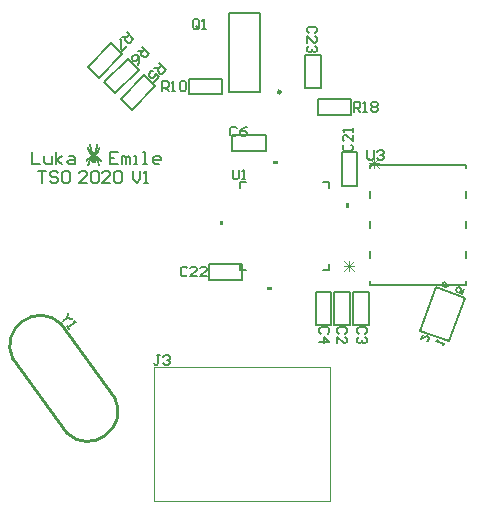
<source format=gto>
G04*
G04 #@! TF.GenerationSoftware,Altium Limited,Altium Designer,20.0.7 (75)*
G04*
G04 Layer_Color=65535*
%FSLAX44Y44*%
%MOMM*%
G71*
G01*
G75*
%ADD10C,0.2500*%
%ADD11C,0.2540*%
%ADD12C,0.0254*%
%ADD13C,0.1270*%
%ADD14C,0.2000*%
%ADD15C,0.1000*%
%ADD16C,0.1524*%
%ADD17C,0.0762*%
%ADD18C,0.1530*%
G36*
X25595Y-29070D02*
X29405D01*
Y-31610D01*
X25595D01*
Y-29070D01*
D02*
G37*
G36*
X-12070Y23595D02*
X-14610D01*
Y27405D01*
X-12070D01*
Y23595D01*
D02*
G37*
G36*
X30595Y75070D02*
X34405D01*
Y77610D01*
X30595D01*
Y75070D01*
D02*
G37*
G36*
X92070Y38595D02*
X94610D01*
Y42405D01*
X92070D01*
Y38595D01*
D02*
G37*
D10*
X36750Y136500D02*
G03*
X36750Y136500I-1250J0D01*
G01*
D11*
X-144929Y-151856D02*
G03*
X-103831Y-121996I18119J18274D01*
G01*
X-148787Y-60119D02*
G03*
X-189886Y-89978I-17992J-18449D01*
G01*
X-189973Y-89857D02*
X-145184Y-151504D01*
X-148875Y-59998D02*
X-104086Y-121645D01*
D12*
X-118798Y92382D02*
X-118544D01*
X-125402Y92128D02*
X-124894D01*
X-119306D02*
X-118798D01*
X-125402Y91874D02*
X-124640D01*
X-119306D02*
X-118798D01*
X-125402Y91620D02*
X-124640D01*
X-119306D02*
X-118798D01*
X-125402Y91366D02*
X-124640D01*
X-119560D02*
X-118798D01*
X-125148Y91112D02*
X-124640D01*
X-119560D02*
X-118798D01*
X-125148Y90858D02*
X-124640D01*
X-119560D02*
X-118798D01*
X-125148Y90604D02*
X-124386D01*
X-119814D02*
X-119052D01*
X-125148Y90350D02*
X-124386D01*
X-119814D02*
X-119052D01*
X-124894Y90096D02*
X-124386D01*
X-119814D02*
X-119052D01*
X-124894Y89842D02*
X-124132D01*
X-119814D02*
X-119052D01*
X-127180Y89588D02*
X-126672D01*
X-124894D02*
X-124132D01*
X-119814D02*
X-119052D01*
X-117020D02*
X-116766D01*
X-127180Y89334D02*
X-126418D01*
X-124894D02*
X-124132D01*
X-120068D02*
X-119052D01*
X-117528D02*
X-116766D01*
X-127180Y89080D02*
X-126418D01*
X-124894D02*
X-124132D01*
X-120068D02*
X-119306D01*
X-117528D02*
X-116766D01*
X-126926Y88826D02*
X-126164D01*
X-124640D02*
X-123878D01*
X-120068D02*
X-119306D01*
X-117782D02*
X-117020D01*
X-126926Y88572D02*
X-126164D01*
X-124640D02*
X-123878D01*
X-120068D02*
X-119306D01*
X-117782D02*
X-117020D01*
X-126672Y88318D02*
X-125910D01*
X-124640D02*
X-123878D01*
X-120322D02*
X-119306D01*
X-117782D02*
X-117274D01*
X-126672Y88064D02*
X-125910D01*
X-124640D02*
X-123624D01*
X-120322D02*
X-119560D01*
X-118036D02*
X-117274D01*
X-126418Y87810D02*
X-125656D01*
X-124640D02*
X-123624D01*
X-120322D02*
X-119560D01*
X-118290D02*
X-117528D01*
X-126418Y87556D02*
X-125656D01*
X-124386D02*
X-123624D01*
X-120322D02*
X-119560D01*
X-118290D02*
X-117528D01*
X-126164Y87302D02*
X-125402D01*
X-124386D02*
X-123624D01*
X-120576D02*
X-119560D01*
X-118544D02*
X-117782D01*
X-126164Y87048D02*
X-125402D01*
X-124386D02*
X-123624D01*
X-120576D02*
X-119814D01*
X-118544D02*
X-117782D01*
X-126164Y86794D02*
X-125148D01*
X-124386D02*
X-123370D01*
X-120576D02*
X-119814D01*
X-118798D02*
X-117782D01*
X-125910Y86540D02*
X-125148D01*
X-124132D02*
X-123370D01*
X-120576D02*
X-119814D01*
X-119052D02*
X-118036D01*
X-125910Y86286D02*
X-124894D01*
X-124132D02*
X-123370D01*
X-120830D02*
X-120068D01*
X-119052D02*
X-118036D01*
X-125656Y86032D02*
X-124894D01*
X-124132D02*
X-123370D01*
X-120830D02*
X-120068D01*
X-119052D02*
X-118290D01*
X-125656Y85778D02*
X-124640D01*
X-124132D02*
X-123116D01*
X-120830D02*
X-120068D01*
X-119306D02*
X-118544D01*
X-125402Y85524D02*
X-124640D01*
X-124132D02*
X-123116D01*
X-120830D02*
X-120068D01*
X-119306D02*
X-118544D01*
X-125148Y85270D02*
X-124386D01*
X-123878D02*
X-123116D01*
X-122100D02*
X-121846D01*
X-121084D02*
X-120068D01*
X-119560D02*
X-118798D01*
X-125148Y85016D02*
X-124132D01*
X-123878D02*
X-122862D01*
X-122608D02*
X-121338D01*
X-121084D02*
X-120322D01*
X-119814D02*
X-118798D01*
X-124894Y84762D02*
X-124132D01*
X-123624D02*
X-122862D01*
X-122608D02*
X-122100D01*
X-121846D02*
X-121338D01*
X-121084D02*
X-120322D01*
X-119814D02*
X-119052D01*
X-124894Y84508D02*
X-123878D01*
X-123624D02*
X-120322D01*
X-120068D02*
X-119052D01*
X-124640Y84254D02*
X-123624D01*
X-123370D02*
X-120576D01*
X-120322D02*
X-119306D01*
X-124386Y84000D02*
X-123624D01*
X-123370D02*
X-119560D01*
X-124132Y83746D02*
X-123370D01*
X-123116D02*
X-119560D01*
X-123878Y83492D02*
X-120068D01*
X-123624Y83238D02*
X-120322D01*
X-123370Y82984D02*
X-120576D01*
X-123116Y82730D02*
X-120830D01*
X-124132Y82476D02*
X-120068D01*
X-119306D02*
X-119052D01*
X-124640Y82222D02*
X-119560D01*
X-124894Y81968D02*
X-123370D01*
X-123116D02*
X-119052D01*
X-125148Y81714D02*
X-123878D01*
X-123370D02*
X-120576D01*
X-120068D02*
X-118798D01*
X-125656Y81460D02*
X-124386D01*
X-123624D02*
X-120068D01*
X-119814D02*
X-118544D01*
X-125910Y81206D02*
X-124894D01*
X-123878D02*
X-119814D01*
X-119052D02*
X-118036D01*
X-126418Y80952D02*
X-125148D01*
X-124386D02*
X-119560D01*
X-118798D02*
X-117782D01*
X-126418Y80698D02*
X-125402D01*
X-124640D02*
X-119306D01*
X-118544D02*
X-117528D01*
X-126672Y80444D02*
X-125656D01*
X-124894D02*
X-119052D01*
X-118290D02*
X-117528D01*
X-126926Y80190D02*
X-126164D01*
X-125656D02*
X-125402D01*
X-124894D02*
X-118798D01*
X-118036D02*
X-117020D01*
X-127180Y79936D02*
X-126418D01*
X-125656D02*
X-124386D01*
X-124132D02*
X-119814D01*
X-119560D02*
X-118544D01*
X-117782D02*
X-116766D01*
X-127434Y79682D02*
X-126672D01*
X-125402D02*
X-124640D01*
X-124132D02*
X-119814D01*
X-119306D02*
X-118290D01*
X-117528D02*
X-116512D01*
X-127688Y79428D02*
X-126926D01*
X-125402D02*
X-124640D01*
X-124132D02*
X-119560D01*
X-119052D02*
X-118290D01*
X-117274D02*
X-116258D01*
X-127942Y79174D02*
X-127180D01*
X-125656D02*
X-124894D01*
X-124132D02*
X-119560D01*
X-119052D02*
X-118290D01*
X-116766D02*
X-116004D01*
X-128450Y78920D02*
X-127434D01*
X-125656D02*
X-124894D01*
X-124132D02*
X-119814D01*
X-118798D02*
X-118290D01*
X-116512D02*
X-115750D01*
X-128450Y78666D02*
X-127688D01*
X-125910D02*
X-125148D01*
X-124132D02*
X-119814D01*
X-118798D02*
X-118036D01*
X-116258D02*
X-115496D01*
X-128450Y78412D02*
X-127942D01*
X-125910D02*
X-125148D01*
X-123878D02*
X-120068D01*
X-118798D02*
X-118036D01*
X-116004D02*
X-115496D01*
X-126164Y78158D02*
X-125148D01*
X-123878D02*
X-120068D01*
X-118798D02*
X-117782D01*
X-126164Y77904D02*
X-125402D01*
X-123624D02*
X-120322D01*
X-118544D02*
X-117782D01*
X-126164Y77650D02*
X-125402D01*
X-123370D02*
X-120576D01*
X-118544D02*
X-117782D01*
X-126164Y77396D02*
X-125402D01*
X-123116D02*
X-120830D01*
X-118544D02*
X-117782D01*
X-126164Y77142D02*
X-125656D01*
X-122608D02*
X-121084D01*
X-118290D02*
X-117782D01*
X-126418Y76888D02*
X-125656D01*
X-122100D02*
X-121592D01*
X-118290D02*
X-117528D01*
X-126418Y76634D02*
X-125656D01*
X-118290D02*
X-117528D01*
X-126418Y76380D02*
X-125656D01*
X-118290D02*
X-117528D01*
X-126672Y76126D02*
X-125910D01*
X-118290D02*
X-117528D01*
X-126672Y75872D02*
X-125910D01*
X-118036D02*
X-117274D01*
X-126672Y75618D02*
X-125910D01*
X-118036D02*
X-117274D01*
X-126926Y75364D02*
X-125910D01*
X-118036D02*
X-117274D01*
X-126926Y75110D02*
X-126164D01*
X-117782D02*
X-117020D01*
X-126926Y74856D02*
X-126164D01*
X-117782D02*
X-117020D01*
X-126926Y74602D02*
X-126672D01*
X-117528D02*
X-117020D01*
D13*
X57400Y168100D02*
X70700D01*
X57400Y139800D02*
Y168100D01*
Y139800D02*
X70700D01*
Y168100D01*
X-24100Y-22600D02*
Y-9300D01*
Y-22600D02*
X4200D01*
Y-9300D01*
X-24100D02*
X4200D01*
X88300Y56900D02*
X101600D01*
Y85200D01*
X88300D02*
X101600D01*
X88300Y56900D02*
Y85200D01*
X68000Y116900D02*
Y130200D01*
Y116900D02*
X96300D01*
Y130200D01*
X68000D02*
X96300D01*
X179487Y-74821D02*
X192953Y-37825D01*
X167891Y-28704D02*
X192953Y-37825D01*
X154426Y-65699D02*
X167891Y-28704D01*
X154426Y-65699D02*
X179487Y-74821D01*
X66300Y-61100D02*
X79600D01*
Y-32800D01*
X66300D02*
X79600D01*
X66300Y-61100D02*
Y-32800D01*
X98300Y-61100D02*
X111600D01*
Y-32800D01*
X98300D02*
X111600D01*
X98300Y-61100D02*
Y-32800D01*
X82300Y-61100D02*
X95600D01*
Y-32800D01*
X82300D02*
X95600D01*
X82300Y-61100D02*
Y-32800D01*
X-41100Y147700D02*
X-12800D01*
Y134400D02*
Y147700D01*
X-41100Y134400D02*
X-12800D01*
X-41100D02*
Y147700D01*
X-117303Y148222D02*
X-97292Y168233D01*
X-126708Y157626D02*
X-117303Y148222D01*
X-126708Y157626D02*
X-106697Y177637D01*
X-97292Y168233D01*
X-103303Y135222D02*
X-83292Y155233D01*
X-112708Y144626D02*
X-103303Y135222D01*
X-112708Y144626D02*
X-92697Y164637D01*
X-83292Y155233D01*
X-89303Y121222D02*
X-69292Y141233D01*
X-98708Y130626D02*
X-89303Y121222D01*
X-98708Y130626D02*
X-78697Y150637D01*
X-69292Y141233D01*
X-4200Y86300D02*
X24100D01*
X-4200D02*
Y99600D01*
X24100D01*
Y86300D02*
Y99600D01*
X175372Y-75759D02*
X174574Y-77951D01*
X174973Y-76855D01*
X168398Y-74462D01*
X169892Y-73765D01*
X157202Y-69212D02*
X155834Y-72969D01*
X160960Y-70579D01*
X161899Y-70921D01*
X162496Y-72203D01*
X161813Y-74081D01*
X160531Y-74679D01*
X179941Y-26131D02*
X178318Y-27668D01*
X175755Y-28863D01*
X173876Y-28179D01*
X173279Y-26898D01*
X173963Y-25019D01*
X175244Y-24421D01*
X176183Y-24763D01*
X176781Y-26045D01*
X175755Y-28863D01*
X191875Y-30475D02*
X190507Y-34232D01*
X187689Y-33206D01*
X189312Y-31669D01*
X189654Y-30730D01*
X189057Y-29449D01*
X187178Y-28765D01*
X185897Y-29362D01*
X185213Y-31241D01*
X185810Y-32522D01*
D14*
X19000Y136500D02*
Y203500D01*
X-7000Y136500D02*
Y203500D01*
Y136500D02*
X19000D01*
X-7000Y203500D02*
X19000D01*
X-127436Y59400D02*
X-134100D01*
X-127436Y66065D01*
Y67731D01*
X-129102Y69397D01*
X-132434D01*
X-134100Y67731D01*
X-124103D02*
X-122437Y69397D01*
X-119105D01*
X-117439Y67731D01*
Y61066D01*
X-119105Y59400D01*
X-122437D01*
X-124103Y61066D01*
Y67731D01*
X-107442Y59400D02*
X-114107D01*
X-107442Y66065D01*
Y67731D01*
X-109108Y69397D01*
X-112440D01*
X-114107Y67731D01*
X-104110D02*
X-102444Y69397D01*
X-99111D01*
X-97445Y67731D01*
Y61066D01*
X-99111Y59400D01*
X-102444D01*
X-104110Y61066D01*
Y67731D01*
X-101139Y85297D02*
X-107803D01*
Y75300D01*
X-101139D01*
X-107803Y80298D02*
X-104471D01*
X-97806Y75300D02*
Y81965D01*
X-96140D01*
X-94474Y80298D01*
Y75300D01*
Y80298D01*
X-92808Y81965D01*
X-91142Y80298D01*
Y75300D01*
X-87810D02*
X-84477D01*
X-86144D01*
Y81965D01*
X-87810D01*
X-79479Y75300D02*
X-76147D01*
X-77813D01*
Y85297D01*
X-79479D01*
X-66150Y75300D02*
X-69482D01*
X-71148Y76966D01*
Y80298D01*
X-69482Y81965D01*
X-66150D01*
X-64484Y80298D01*
Y78632D01*
X-71148D01*
X-88600Y69397D02*
Y62732D01*
X-85268Y59400D01*
X-81936Y62732D01*
Y69397D01*
X-78603Y59400D02*
X-75271D01*
X-76937D01*
Y69397D01*
X-78603Y67731D01*
X-168400Y69397D02*
X-161735D01*
X-165068D01*
Y59400D01*
X-151739Y67731D02*
X-153405Y69397D01*
X-156737D01*
X-158403Y67731D01*
Y66065D01*
X-156737Y64398D01*
X-153405D01*
X-151739Y62732D01*
Y61066D01*
X-153405Y59400D01*
X-156737D01*
X-158403Y61066D01*
X-143408Y69397D02*
X-146740D01*
X-148406Y67731D01*
Y61066D01*
X-146740Y59400D01*
X-143408D01*
X-141742Y61066D01*
Y67731D01*
X-143408Y69397D01*
X-173800Y85697D02*
Y75700D01*
X-167136D01*
X-163803Y82365D02*
Y77366D01*
X-162137Y75700D01*
X-157139D01*
Y82365D01*
X-153806Y75700D02*
Y85697D01*
Y79032D02*
X-148808Y82365D01*
X-153806Y79032D02*
X-148808Y75700D01*
X-142143Y82365D02*
X-138811D01*
X-137145Y80698D01*
Y75700D01*
X-142143D01*
X-143810Y77366D01*
X-142143Y79032D01*
X-137145D01*
D15*
X78500Y-210000D02*
Y-96000D01*
X-70500D02*
X78500D01*
X-70500Y-210000D02*
Y-96000D01*
Y-210000D02*
X78500D01*
D16*
X112260Y-26700D02*
X193540D01*
Y-23601D01*
X112260Y74900D02*
X193540D01*
X112260Y72132D02*
Y74900D01*
Y46401D02*
Y52269D01*
Y21001D02*
Y27199D01*
Y-4399D02*
Y1799D01*
Y-26700D02*
Y-23601D01*
X193540Y-4399D02*
Y1799D01*
Y21001D02*
Y27199D01*
Y46401D02*
Y52599D01*
Y71801D02*
Y74900D01*
X72225Y60338D02*
X77338D01*
X2662Y55224D02*
Y60338D01*
Y-14338D02*
X7776D01*
X77338D02*
Y-9225D01*
Y55224D02*
Y60338D01*
X2662D02*
X7776D01*
X2662Y-14338D02*
Y-9225D01*
X72225Y-14338D02*
X77338D01*
D17*
X111625Y80654D02*
X120089Y72190D01*
X111625D02*
X120089Y80654D01*
X111625Y76422D02*
X120089D01*
X115857Y72190D02*
Y80654D01*
X99055Y-15040D02*
X90591Y-6576D01*
X99055D02*
X90591Y-15040D01*
X99055Y-10808D02*
X90591D01*
X94823Y-6576D02*
Y-15040D01*
D18*
X66233Y186365D02*
X67599Y187731D01*
Y190464D01*
X66233Y191830D01*
X60767D01*
X59401Y190464D01*
Y187731D01*
X60767Y186365D01*
X59401Y178167D02*
Y183632D01*
X64866Y178167D01*
X66233D01*
X67599Y179534D01*
Y182266D01*
X66233Y183632D01*
Y175435D02*
X67599Y174069D01*
Y171336D01*
X66233Y169970D01*
X64866D01*
X63500Y171336D01*
Y172703D01*
Y171336D01*
X62134Y169970D01*
X60767D01*
X59401Y171336D01*
Y174069D01*
X60767Y175435D01*
X-42365Y-12767D02*
X-43731Y-11401D01*
X-46464D01*
X-47830Y-12767D01*
Y-18233D01*
X-46464Y-19599D01*
X-43731D01*
X-42365Y-18233D01*
X-34167Y-19599D02*
X-39632D01*
X-34167Y-14134D01*
Y-12767D01*
X-35534Y-11401D01*
X-38266D01*
X-39632Y-12767D01*
X-25970Y-19599D02*
X-31435D01*
X-25970Y-14134D01*
Y-12767D01*
X-27336Y-11401D01*
X-30069D01*
X-31435Y-12767D01*
X90767Y91901D02*
X89401Y90535D01*
Y87803D01*
X90767Y86436D01*
X96232D01*
X97599Y87803D01*
Y90535D01*
X96232Y91901D01*
X97599Y100099D02*
Y94634D01*
X92134Y100099D01*
X90767D01*
X89401Y98733D01*
Y96000D01*
X90767Y94634D01*
X97599Y102831D02*
Y105564D01*
Y104197D01*
X89401D01*
X90767Y102831D01*
X98553Y119901D02*
Y128099D01*
X102652D01*
X104018Y126733D01*
Y124000D01*
X102652Y122634D01*
X98553D01*
X101286D02*
X104018Y119901D01*
X106751D02*
X109483D01*
X108117D01*
Y128099D01*
X106751Y126733D01*
X113582D02*
X114948Y128099D01*
X117681D01*
X119047Y126733D01*
Y125366D01*
X117681Y124000D01*
X119047Y122634D01*
Y121268D01*
X117681Y119901D01*
X114948D01*
X113582Y121268D01*
Y122634D01*
X114948Y124000D01*
X113582Y125366D01*
Y126733D01*
X114948Y124000D02*
X117681D01*
X-32300Y191168D02*
Y196632D01*
X-33666Y197999D01*
X-36399D01*
X-37765Y196632D01*
Y191168D01*
X-36399Y189801D01*
X-33666D01*
X-35032Y192534D02*
X-32300Y189801D01*
X-33666D02*
X-32300Y191168D01*
X-29568Y189801D02*
X-26835D01*
X-28201D01*
Y197999D01*
X-29568Y196632D01*
X-142298Y-50379D02*
X-143404Y-51182D01*
X-144008Y-54999D01*
X-140192Y-55603D01*
X-139086Y-54800D01*
X-144008Y-54999D02*
X-147324Y-57408D01*
X-144112Y-61829D02*
X-142506Y-64040D01*
X-143309Y-62934D01*
X-136677Y-58116D01*
X-138586Y-57814D01*
X-65366Y-86601D02*
X-68099D01*
X-66733D01*
Y-93433D01*
X-68099Y-94799D01*
X-69465D01*
X-70831Y-93433D01*
X-62634Y-87968D02*
X-61267Y-86601D01*
X-58535D01*
X-57169Y-87968D01*
Y-89334D01*
X-58535Y-90700D01*
X-59901D01*
X-58535D01*
X-57169Y-92066D01*
Y-93433D01*
X-58535Y-94799D01*
X-61267D01*
X-62634Y-93433D01*
X110169Y87099D02*
Y80268D01*
X111535Y78901D01*
X114268D01*
X115634Y80268D01*
Y87099D01*
X118366Y85732D02*
X119733Y87099D01*
X122465D01*
X123831Y85732D01*
Y84366D01*
X122465Y83000D01*
X121099D01*
X122465D01*
X123831Y81634D01*
Y80268D01*
X122465Y78901D01*
X119733D01*
X118366Y80268D01*
X76432Y-68234D02*
X77799Y-66867D01*
Y-64135D01*
X76432Y-62769D01*
X70967D01*
X69601Y-64135D01*
Y-66867D01*
X70967Y-68234D01*
X69601Y-75065D02*
X77799D01*
X73700Y-70966D01*
Y-76431D01*
X108232Y-68234D02*
X109599Y-66867D01*
Y-64135D01*
X108232Y-62769D01*
X102767D01*
X101401Y-64135D01*
Y-66867D01*
X102767Y-68234D01*
X108232Y-70966D02*
X109599Y-72332D01*
Y-75065D01*
X108232Y-76431D01*
X106866D01*
X105500Y-75065D01*
Y-73699D01*
Y-75065D01*
X104134Y-76431D01*
X102767D01*
X101401Y-75065D01*
Y-72332D01*
X102767Y-70966D01*
X91632Y-68234D02*
X92999Y-66867D01*
Y-64135D01*
X91632Y-62769D01*
X86167D01*
X84801Y-64135D01*
Y-66867D01*
X86167Y-68234D01*
X84801Y-76431D02*
Y-70966D01*
X90266Y-76431D01*
X91632D01*
X92999Y-75065D01*
Y-72332D01*
X91632Y-70966D01*
X-3965Y70699D02*
Y63868D01*
X-2599Y62501D01*
X134D01*
X1500Y63868D01*
Y70699D01*
X4232Y62501D02*
X6965D01*
X5599D01*
Y70699D01*
X4232Y69332D01*
X-63647Y137301D02*
Y145499D01*
X-59548D01*
X-58182Y144132D01*
Y141400D01*
X-59548Y140034D01*
X-63647D01*
X-60914D02*
X-58182Y137301D01*
X-55449D02*
X-52717D01*
X-54083D01*
Y145499D01*
X-55449Y144132D01*
X-48618D02*
X-47252Y145499D01*
X-44520D01*
X-43153Y144132D01*
Y138667D01*
X-44520Y137301D01*
X-47252D01*
X-48618Y138667D01*
Y144132D01*
X-93768Y186929D02*
X-87971Y181132D01*
X-90870Y178234D01*
X-92802D01*
X-94734Y180166D01*
X-94734Y182098D01*
X-91836Y184996D01*
X-93768Y183064D02*
X-97632D01*
X-93768Y175336D02*
X-97632Y171471D01*
X-98598Y172437D01*
Y180166D01*
X-99564Y181132D01*
X-80268Y174629D02*
X-74472Y168832D01*
X-77370Y165934D01*
X-79302D01*
X-81234Y167866D01*
X-81234Y169798D01*
X-78336Y172696D01*
X-80268Y170764D02*
X-84132D01*
Y159171D02*
X-83166Y162070D01*
Y165934D01*
X-85098Y167866D01*
X-87030D01*
X-88962Y165934D01*
Y164002D01*
X-87996Y163036D01*
X-86064Y163036D01*
X-83166Y165934D01*
X-66268Y160728D02*
X-60472Y154932D01*
X-63370Y152034D01*
X-65302D01*
X-67234Y153966D01*
X-67234Y155898D01*
X-64336Y158796D01*
X-66268Y156864D02*
X-70132D01*
Y145271D02*
X-66268Y149136D01*
X-69166Y152034D01*
X-70132Y149136D01*
X-71098Y148170D01*
X-73030D01*
X-74963Y150102D01*
Y152034D01*
X-73030Y153966D01*
X-71098D01*
X-366Y105732D02*
X-1733Y107099D01*
X-4465D01*
X-5831Y105732D01*
Y100267D01*
X-4465Y98901D01*
X-1733D01*
X-366Y100267D01*
X7831Y107099D02*
X5099Y105732D01*
X2366Y103000D01*
Y100267D01*
X3733Y98901D01*
X6465D01*
X7831Y100267D01*
Y101634D01*
X6465Y103000D01*
X2366D01*
M02*

</source>
